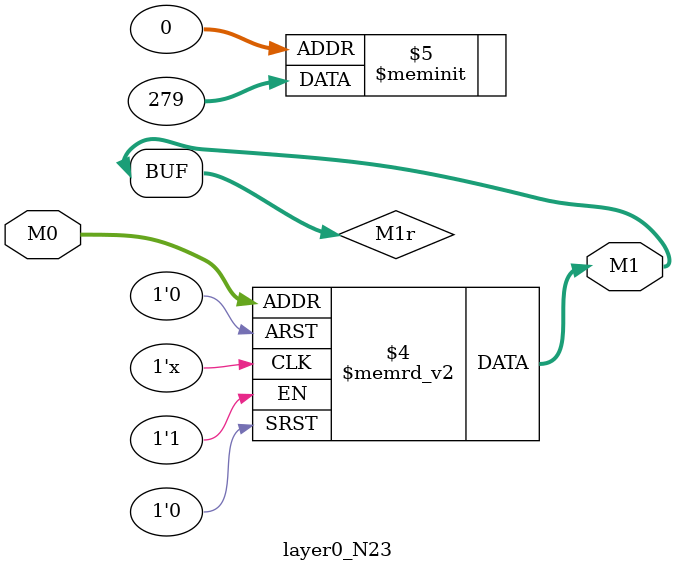
<source format=v>
module layer0_N23 ( input [3:0] M0, output [1:0] M1 );

	(*rom_style = "distributed" *) reg [1:0] M1r;
	assign M1 = M1r;
	always @ (M0) begin
		case (M0)
			4'b0000: M1r = 2'b11;
			4'b1000: M1r = 2'b00;
			4'b0100: M1r = 2'b01;
			4'b1100: M1r = 2'b00;
			4'b0010: M1r = 2'b01;
			4'b1010: M1r = 2'b00;
			4'b0110: M1r = 2'b00;
			4'b1110: M1r = 2'b00;
			4'b0001: M1r = 2'b01;
			4'b1001: M1r = 2'b00;
			4'b0101: M1r = 2'b00;
			4'b1101: M1r = 2'b00;
			4'b0011: M1r = 2'b00;
			4'b1011: M1r = 2'b00;
			4'b0111: M1r = 2'b00;
			4'b1111: M1r = 2'b00;

		endcase
	end
endmodule

</source>
